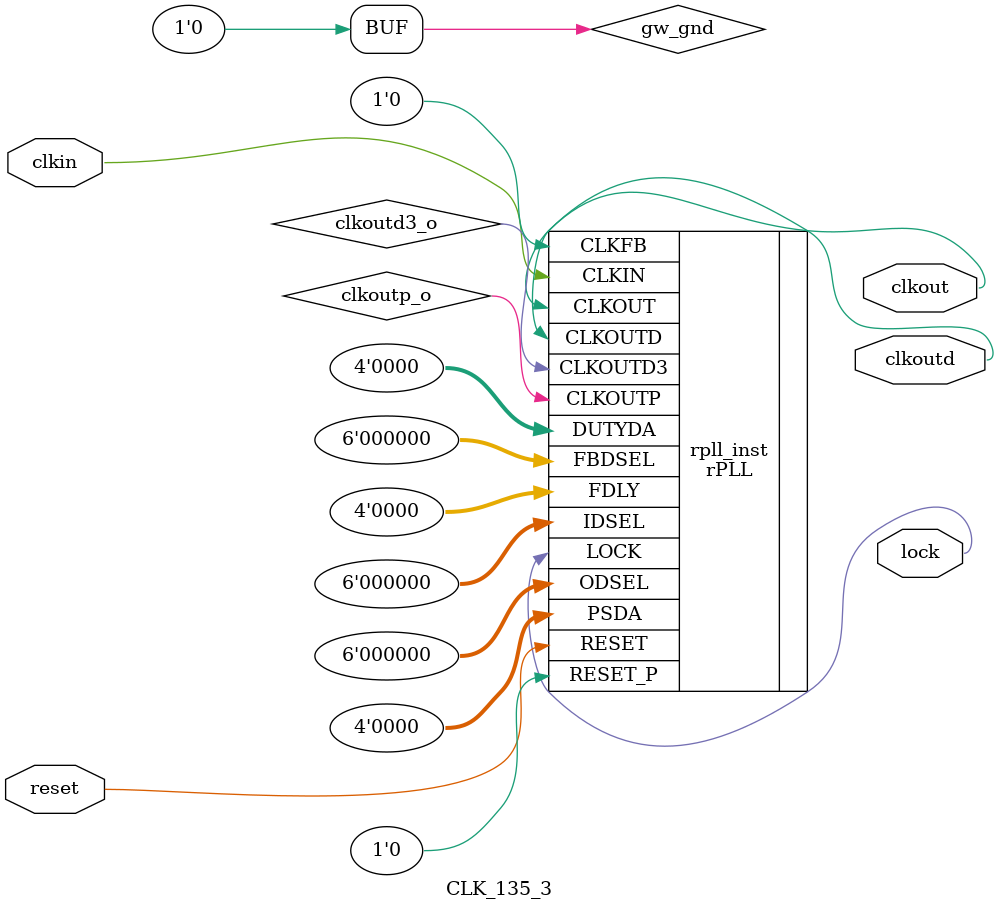
<source format=v>

module CLK_135_3 (clkout, lock, clkoutd, reset, clkin);

output clkout;
output lock;
output clkoutd;
input reset;
input clkin;

wire clkoutp_o;
wire clkoutd3_o;
wire gw_gnd;

assign gw_gnd = 1'b0;

rPLL rpll_inst (
    .CLKOUT(clkout),
    .LOCK(lock),
    .CLKOUTP(clkoutp_o),
    .CLKOUTD(clkoutd),
    .CLKOUTD3(clkoutd3_o),
    .RESET(reset),
    .RESET_P(gw_gnd),
    .CLKIN(clkin),
    .CLKFB(gw_gnd),
    .FBDSEL({gw_gnd,gw_gnd,gw_gnd,gw_gnd,gw_gnd,gw_gnd}),
    .IDSEL({gw_gnd,gw_gnd,gw_gnd,gw_gnd,gw_gnd,gw_gnd}),
    .ODSEL({gw_gnd,gw_gnd,gw_gnd,gw_gnd,gw_gnd,gw_gnd}),
    .PSDA({gw_gnd,gw_gnd,gw_gnd,gw_gnd}),
    .DUTYDA({gw_gnd,gw_gnd,gw_gnd,gw_gnd}),
    .FDLY({gw_gnd,gw_gnd,gw_gnd,gw_gnd})
);

defparam rpll_inst.FCLKIN = "27";
defparam rpll_inst.DYN_IDIV_SEL = "false";
defparam rpll_inst.IDIV_SEL = 0;
defparam rpll_inst.DYN_FBDIV_SEL = "false";
defparam rpll_inst.FBDIV_SEL = 4;
defparam rpll_inst.DYN_ODIV_SEL = "false";
defparam rpll_inst.ODIV_SEL = 4;
defparam rpll_inst.PSDA_SEL = "0000";
defparam rpll_inst.DYN_DA_EN = "true";
defparam rpll_inst.DUTYDA_SEL = "1000";
defparam rpll_inst.CLKOUT_FT_DIR = 1'b1;
defparam rpll_inst.CLKOUTP_FT_DIR = 1'b1;
defparam rpll_inst.CLKOUT_DLY_STEP = 0;
defparam rpll_inst.CLKOUTP_DLY_STEP = 0;
defparam rpll_inst.CLKFB_SEL = "internal";
defparam rpll_inst.CLKOUT_BYPASS = "false";
defparam rpll_inst.CLKOUTP_BYPASS = "false";
defparam rpll_inst.CLKOUTD_BYPASS = "false";
defparam rpll_inst.DYN_SDIV_SEL = 38;
defparam rpll_inst.CLKOUTD_SRC = "CLKOUT";
defparam rpll_inst.CLKOUTD3_SRC = "CLKOUT";
defparam rpll_inst.DEVICE = "GW1NR-9C";

endmodule //CLK_135_3

</source>
